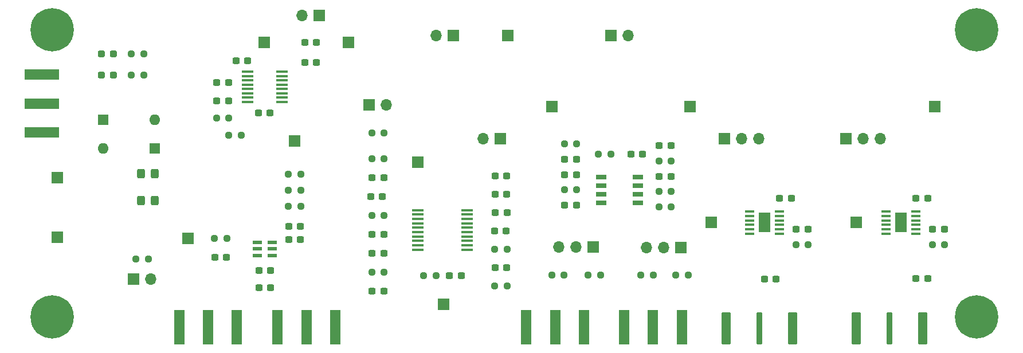
<source format=gts>
%TF.GenerationSoftware,KiCad,Pcbnew,8.0.2-8.0.2-0~ubuntu20.04.1*%
%TF.CreationDate,2024-05-06T11:04:01+02:00*%
%TF.ProjectId,Receiver Prototype,52656365-6976-4657-9220-50726f746f74,rev?*%
%TF.SameCoordinates,Original*%
%TF.FileFunction,Soldermask,Top*%
%TF.FilePolarity,Negative*%
%FSLAX46Y46*%
G04 Gerber Fmt 4.6, Leading zero omitted, Abs format (unit mm)*
G04 Created by KiCad (PCBNEW 8.0.2-8.0.2-0~ubuntu20.04.1) date 2024-05-06 11:04:01*
%MOMM*%
%LPD*%
G01*
G04 APERTURE LIST*
G04 Aperture macros list*
%AMRoundRect*
0 Rectangle with rounded corners*
0 $1 Rounding radius*
0 $2 $3 $4 $5 $6 $7 $8 $9 X,Y pos of 4 corners*
0 Add a 4 corners polygon primitive as box body*
4,1,4,$2,$3,$4,$5,$6,$7,$8,$9,$2,$3,0*
0 Add four circle primitives for the rounded corners*
1,1,$1+$1,$2,$3*
1,1,$1+$1,$4,$5*
1,1,$1+$1,$6,$7*
1,1,$1+$1,$8,$9*
0 Add four rect primitives between the rounded corners*
20,1,$1+$1,$2,$3,$4,$5,0*
20,1,$1+$1,$4,$5,$6,$7,0*
20,1,$1+$1,$6,$7,$8,$9,0*
20,1,$1+$1,$8,$9,$2,$3,0*%
G04 Aperture macros list end*
%ADD10RoundRect,0.237500X-0.300000X-0.237500X0.300000X-0.237500X0.300000X0.237500X-0.300000X0.237500X0*%
%ADD11C,6.400000*%
%ADD12RoundRect,0.237500X0.300000X0.237500X-0.300000X0.237500X-0.300000X-0.237500X0.300000X-0.237500X0*%
%ADD13R,1.333500X0.431800*%
%ADD14R,1.752600X2.946400*%
%ADD15R,1.700000X1.700000*%
%ADD16O,1.700000X1.700000*%
%ADD17RoundRect,0.237500X-0.250000X-0.237500X0.250000X-0.237500X0.250000X0.237500X-0.250000X0.237500X0*%
%ADD18R,1.600000X1.600000*%
%ADD19O,1.600000X1.600000*%
%ADD20RoundRect,0.237500X0.250000X0.237500X-0.250000X0.237500X-0.250000X-0.237500X0.250000X-0.237500X0*%
%ADD21RoundRect,0.250000X0.325000X0.450000X-0.325000X0.450000X-0.325000X-0.450000X0.325000X-0.450000X0*%
%ADD22RoundRect,0.141076X0.288924X2.258924X-0.288924X2.258924X-0.288924X-2.258924X0.288924X-2.258924X0*%
%ADD23RoundRect,0.221457X0.453543X2.178543X-0.453543X2.178543X-0.453543X-2.178543X0.453543X-2.178543X0*%
%ADD24R,1.803400X0.355600*%
%ADD25R,1.651000X0.431800*%
%ADD26R,1.525000X0.650000*%
%ADD27RoundRect,0.237500X-0.287500X-0.237500X0.287500X-0.237500X0.287500X0.237500X-0.287500X0.237500X0*%
%ADD28R,5.080000X1.500000*%
%ADD29R,1.500000X5.080000*%
%ADD30R,1.473200X0.558800*%
%ADD31RoundRect,0.250000X-0.325000X-0.450000X0.325000X-0.450000X0.325000X0.450000X-0.325000X0.450000X0*%
G04 APERTURE END LIST*
D10*
%TO.C,C18*%
X138225000Y-92750000D03*
X139950000Y-92750000D03*
%TD*%
D11*
%TO.C,H2*%
X90950000Y-96550000D03*
%TD*%
D12*
%TO.C,C9*%
X123244900Y-89750000D03*
X121519900Y-89750000D03*
%TD*%
D13*
%TO.C,U6*%
X193963600Y-81030517D03*
X193967450Y-81680519D03*
X193967450Y-82330517D03*
X193967450Y-82980516D03*
X193967450Y-83630517D03*
X193967450Y-84280516D03*
X198399750Y-84280519D03*
X198399750Y-83630517D03*
X198399750Y-82980519D03*
X198399750Y-82330520D03*
X198399750Y-81680519D03*
X198399750Y-81030520D03*
D14*
X196183600Y-82655518D03*
%TD*%
D15*
%TO.C,J6*%
X173510001Y-55000000D03*
D16*
X176050001Y-55000000D03*
%TD*%
D15*
%TO.C,J21*%
X158250000Y-55000000D03*
%TD*%
D10*
%TO.C,C26*%
X149637500Y-90500000D03*
X151362500Y-90500000D03*
%TD*%
D15*
%TO.C,J19*%
X126750000Y-70625000D03*
%TD*%
D17*
%TO.C,R17*%
X145837500Y-90500000D03*
X147662500Y-90500000D03*
%TD*%
D12*
%TO.C,C3*%
X123244900Y-92250000D03*
X121519900Y-92250000D03*
%TD*%
D15*
%TO.C,J16*%
X111000000Y-85000000D03*
%TD*%
D18*
%TO.C,D4*%
X98480000Y-67470000D03*
D19*
X106100000Y-67470000D03*
%TD*%
D12*
%TO.C,C7*%
X168397501Y-80057400D03*
X166672501Y-80057400D03*
%TD*%
D15*
%TO.C,J31*%
X122293500Y-56030000D03*
%TD*%
%TO.C,J25*%
X185200000Y-65500000D03*
%TD*%
D10*
%TO.C,C10*%
X176422501Y-72557400D03*
X178147501Y-72557400D03*
%TD*%
D15*
%TO.C,J5*%
X221348809Y-65500000D03*
%TD*%
D13*
%TO.C,U4*%
X214117700Y-81026859D03*
X214117700Y-81677099D03*
X214117700Y-82327339D03*
X214117700Y-82977579D03*
X214117700Y-83627819D03*
X214117700Y-84278059D03*
X218550000Y-84278059D03*
X218550000Y-83627819D03*
X218550000Y-82977579D03*
X218550000Y-82327339D03*
X218550000Y-81677099D03*
X218550000Y-81026859D03*
D14*
X216333850Y-82652459D03*
%TD*%
D20*
%TO.C,R11*%
X104492500Y-60855000D03*
X102667500Y-60855000D03*
%TD*%
D15*
%TO.C,J24*%
X157162500Y-70250000D03*
D16*
X154622500Y-70250000D03*
%TD*%
D17*
%TO.C,R15*%
X138175000Y-73209167D03*
X140000000Y-73209167D03*
%TD*%
D20*
%TO.C,R19*%
X158137500Y-92000000D03*
X156312500Y-92000000D03*
%TD*%
D15*
%TO.C,J17*%
X137725000Y-65250000D03*
D16*
X140265000Y-65250000D03*
%TD*%
D17*
%TO.C,R7*%
X180585001Y-73557400D03*
X182410001Y-73557400D03*
%TD*%
D10*
%TO.C,C30*%
X196183600Y-91010000D03*
X197908600Y-91010000D03*
%TD*%
D17*
%TO.C,R18*%
X138175000Y-89958451D03*
X140000000Y-89958451D03*
%TD*%
D15*
%TO.C,J20*%
X91690000Y-84800000D03*
%TD*%
%TO.C,J15*%
X188325000Y-82655518D03*
%TD*%
D21*
%TO.C,D6*%
X106100000Y-79380000D03*
X104050000Y-79380000D03*
%TD*%
D15*
%TO.C,J28*%
X134760000Y-56030000D03*
%TD*%
D22*
%TO.C,J14*%
X195410000Y-98247500D03*
D23*
X200325000Y-98247500D03*
X190475000Y-98247500D03*
%TD*%
D12*
%TO.C,C1*%
X117010000Y-64630000D03*
X115285000Y-64630000D03*
%TD*%
D17*
%TO.C,R5*%
X166622501Y-71027400D03*
X168447501Y-71027400D03*
%TD*%
D10*
%TO.C,C5*%
X125887500Y-83250000D03*
X127612500Y-83250000D03*
%TD*%
D24*
%TO.C,U1*%
X124935100Y-64795500D03*
X124935100Y-64160500D03*
X124935100Y-63525500D03*
X124935100Y-62890500D03*
X124935100Y-62255500D03*
X124935100Y-61620500D03*
X124935100Y-60985500D03*
X124935100Y-60350500D03*
X119829700Y-60350500D03*
X119829700Y-60985500D03*
X119829700Y-61620500D03*
X119829700Y-62255500D03*
X119829700Y-62890500D03*
X119829700Y-63525500D03*
X119829700Y-64160500D03*
X119829700Y-64795500D03*
%TD*%
D25*
%TO.C,U5*%
X144985600Y-80799998D03*
X144985600Y-81449999D03*
X144985600Y-82099997D03*
X144985600Y-82749999D03*
X144985600Y-83399997D03*
X144985600Y-84049996D03*
X144985600Y-84699997D03*
X144985600Y-85349996D03*
X144985600Y-85999997D03*
X144985600Y-86649996D03*
X152250000Y-86649998D03*
X152250000Y-86000000D03*
X152250000Y-85349999D03*
X152250000Y-84700000D03*
X152250000Y-84049999D03*
X152250000Y-83400000D03*
X152250000Y-82749999D03*
X152250000Y-82100000D03*
X152250000Y-81449999D03*
X152250000Y-80800000D03*
%TD*%
D10*
%TO.C,C22*%
X156275000Y-83874999D03*
X158000000Y-83874999D03*
%TD*%
D15*
%TO.C,J2*%
X209700000Y-82655518D03*
%TD*%
D12*
%TO.C,C23*%
X158087500Y-75750000D03*
X156362500Y-75750000D03*
%TD*%
D20*
%TO.C,R26*%
X184900000Y-90370000D03*
X183075000Y-90370000D03*
%TD*%
D26*
%TO.C,U2*%
X172073001Y-75902400D03*
X172073001Y-77172400D03*
X172073001Y-78442400D03*
X172073001Y-79712400D03*
X177497001Y-79712400D03*
X177497001Y-78442400D03*
X177497001Y-77172400D03*
X177497001Y-75902400D03*
%TD*%
D17*
%TO.C,R21*%
X156312500Y-86583332D03*
X158137500Y-86583332D03*
%TD*%
D10*
%TO.C,C31*%
X200875000Y-83609760D03*
X202600000Y-83609760D03*
%TD*%
D15*
%TO.C,J3*%
X91690000Y-76000000D03*
%TD*%
D17*
%TO.C,R16*%
X138175000Y-81583808D03*
X140000000Y-81583808D03*
%TD*%
D10*
%TO.C,C27*%
X218550000Y-90871941D03*
X220275000Y-90871941D03*
%TD*%
D17*
%TO.C,R28*%
X138175000Y-69425000D03*
X140000000Y-69425000D03*
%TD*%
D15*
%TO.C,J18*%
X102960000Y-91000000D03*
D16*
X105500000Y-91000000D03*
%TD*%
D10*
%TO.C,C15*%
X114975000Y-87750000D03*
X116700000Y-87750000D03*
%TD*%
D17*
%TO.C,R22*%
X220957500Y-85900000D03*
X222782500Y-85900000D03*
%TD*%
D10*
%TO.C,C16*%
X138225000Y-76000714D03*
X139950000Y-76000714D03*
%TD*%
D15*
%TO.C,J10*%
X144985600Y-73700000D03*
%TD*%
D10*
%TO.C,C32*%
X198399750Y-79100000D03*
X200124750Y-79100000D03*
%TD*%
%TO.C,C20*%
X138225000Y-84375355D03*
X139950000Y-84375355D03*
%TD*%
%TO.C,C14*%
X180635001Y-75807400D03*
X182360001Y-75807400D03*
%TD*%
%TO.C,C29*%
X221007500Y-83609760D03*
X222732500Y-83609760D03*
%TD*%
D12*
%TO.C,C19*%
X139950000Y-87166903D03*
X138225000Y-87166903D03*
%TD*%
D27*
%TO.C,D2*%
X98247500Y-57740000D03*
X99997500Y-57740000D03*
%TD*%
D10*
%TO.C,C28*%
X218550000Y-79100000D03*
X220275000Y-79100000D03*
%TD*%
D28*
%TO.C,J4*%
X89380000Y-65060000D03*
X89380000Y-69310000D03*
X89380000Y-60810000D03*
%TD*%
D17*
%TO.C,R6*%
X180585001Y-78057400D03*
X182410001Y-78057400D03*
%TD*%
%TO.C,R4*%
X171660001Y-72557400D03*
X173485001Y-72557400D03*
%TD*%
%TO.C,R10*%
X125837500Y-75475000D03*
X127662500Y-75475000D03*
%TD*%
D20*
%TO.C,R3*%
X168447501Y-77807400D03*
X166622501Y-77807400D03*
%TD*%
D29*
%TO.C,J12*%
X128500000Y-98137500D03*
X132750000Y-98137500D03*
X124250000Y-98137500D03*
%TD*%
D20*
%TO.C,R27*%
X179760000Y-90380000D03*
X177935000Y-90380000D03*
%TD*%
D27*
%TO.C,D1*%
X98247500Y-60855000D03*
X99997500Y-60855000D03*
%TD*%
D12*
%TO.C,C36*%
X129982500Y-59030000D03*
X128257500Y-59030000D03*
%TD*%
D30*
%TO.C,U3*%
X121264800Y-85599998D03*
X121264800Y-86549999D03*
X121264800Y-87500000D03*
X123500000Y-87500000D03*
X123500000Y-86549999D03*
X123500000Y-85599998D03*
%TD*%
D29*
%TO.C,J8*%
X179716666Y-98137500D03*
X183966666Y-98137500D03*
X175466666Y-98137500D03*
%TD*%
D17*
%TO.C,R23*%
X103322500Y-88020000D03*
X105147500Y-88020000D03*
%TD*%
D15*
%TO.C,J30*%
X183805000Y-86310000D03*
D16*
X181265000Y-86310000D03*
X178725000Y-86310000D03*
%TD*%
D17*
%TO.C,R9*%
X114925000Y-85000000D03*
X116750000Y-85000000D03*
%TD*%
D20*
%TO.C,R12*%
X104492500Y-57740000D03*
X102667500Y-57740000D03*
%TD*%
D22*
%TO.C,J13*%
X214650000Y-98247500D03*
D23*
X219565000Y-98247500D03*
X209715000Y-98247500D03*
%TD*%
D31*
%TO.C,D5*%
X104050000Y-75400000D03*
X106100000Y-75400000D03*
%TD*%
D12*
%TO.C,C4*%
X117010000Y-61920000D03*
X115285000Y-61920000D03*
%TD*%
D20*
%TO.C,R25*%
X166570595Y-90390000D03*
X164745595Y-90390000D03*
%TD*%
D29*
%TO.C,J11*%
X114000000Y-98137500D03*
X118250000Y-98137500D03*
X109750000Y-98137500D03*
%TD*%
D15*
%TO.C,J22*%
X148750000Y-94750000D03*
%TD*%
D12*
%TO.C,C2*%
X119829700Y-58770000D03*
X118104700Y-58770000D03*
%TD*%
%TO.C,C8*%
X127612500Y-85166666D03*
X125887500Y-85166666D03*
%TD*%
D17*
%TO.C,R13*%
X125837500Y-77888750D03*
X127662500Y-77888750D03*
%TD*%
D10*
%TO.C,C24*%
X156412500Y-81166666D03*
X158137500Y-81166666D03*
%TD*%
D18*
%TO.C,D3*%
X106100000Y-71720000D03*
D19*
X98480000Y-71720000D03*
%TD*%
D17*
%TO.C,R1*%
X117060000Y-69750000D03*
X118885000Y-69750000D03*
%TD*%
D12*
%TO.C,C37*%
X129982500Y-56030000D03*
X128257500Y-56030000D03*
%TD*%
D15*
%TO.C,J23*%
X150210000Y-55000000D03*
D16*
X147670000Y-55000000D03*
%TD*%
D12*
%TO.C,C12*%
X168397501Y-75557400D03*
X166672501Y-75557400D03*
%TD*%
D11*
%TO.C,H3*%
X227550000Y-96550000D03*
%TD*%
D15*
%TO.C,J9*%
X164750000Y-65500000D03*
%TD*%
D10*
%TO.C,C13*%
X180635001Y-71307400D03*
X182360001Y-71307400D03*
%TD*%
D17*
%TO.C,R14*%
X125837500Y-80250000D03*
X127662500Y-80250000D03*
%TD*%
D15*
%TO.C,J27*%
X190250001Y-70281118D03*
D16*
X192790001Y-70281118D03*
X195330001Y-70281118D03*
%TD*%
D20*
%TO.C,R8*%
X182410001Y-80307400D03*
X180585001Y-80307400D03*
%TD*%
D11*
%TO.C,H4*%
X227550000Y-54200000D03*
%TD*%
D10*
%TO.C,C6*%
X121431000Y-66475000D03*
X123156000Y-66475000D03*
%TD*%
%TO.C,C25*%
X156362500Y-89291665D03*
X158087500Y-89291665D03*
%TD*%
D12*
%TO.C,C17*%
X139750000Y-78792261D03*
X138025000Y-78792261D03*
%TD*%
D15*
%TO.C,J29*%
X170880595Y-86260000D03*
D16*
X168340595Y-86260000D03*
X165800595Y-86260000D03*
%TD*%
D10*
%TO.C,C21*%
X156362500Y-78458333D03*
X158087500Y-78458333D03*
%TD*%
D17*
%TO.C,R2*%
X115235000Y-67225000D03*
X117060000Y-67225000D03*
%TD*%
%TO.C,R20*%
X200825000Y-85900000D03*
X202650000Y-85900000D03*
%TD*%
D12*
%TO.C,C11*%
X168397501Y-73277400D03*
X166672501Y-73277400D03*
%TD*%
D15*
%TO.C,J1*%
X130420000Y-52020000D03*
D16*
X127880000Y-52020000D03*
%TD*%
D11*
%TO.C,H1*%
X90950000Y-54200000D03*
%TD*%
D15*
%TO.C,J26*%
X208170000Y-70281118D03*
D16*
X210710000Y-70281118D03*
X213250000Y-70281118D03*
%TD*%
D20*
%TO.C,R24*%
X171940595Y-90390000D03*
X170115595Y-90390000D03*
%TD*%
D29*
%TO.C,J7*%
X165250000Y-98137500D03*
X169500000Y-98137500D03*
X161000000Y-98137500D03*
%TD*%
M02*

</source>
